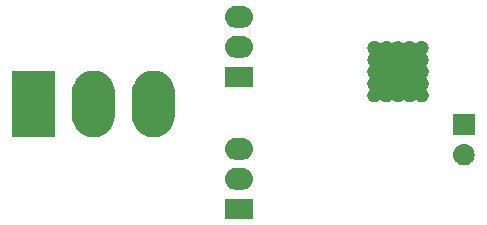
<source format=gbr>
G04 #@! TF.GenerationSoftware,KiCad,Pcbnew,(5.1.2)-2*
G04 #@! TF.CreationDate,2019-11-06T08:40:08+07:00*
G04 #@! TF.ProjectId,ph_vresistor_pos_sensor_board_hw,70685f76-7265-4736-9973-746f725f706f,rev?*
G04 #@! TF.SameCoordinates,Original*
G04 #@! TF.FileFunction,Soldermask,Bot*
G04 #@! TF.FilePolarity,Negative*
%FSLAX46Y46*%
G04 Gerber Fmt 4.6, Leading zero omitted, Abs format (unit mm)*
G04 Created by KiCad (PCBNEW (5.1.2)-2) date 2019-11-06 08:40:08*
%MOMM*%
%LPD*%
G04 APERTURE LIST*
%ADD10C,0.100000*%
G04 APERTURE END LIST*
D10*
G36*
X105595000Y-92557000D02*
G01*
X103193000Y-92557000D01*
X103193000Y-90831000D01*
X105595000Y-90831000D01*
X105595000Y-92557000D01*
X105595000Y-92557000D01*
G37*
G36*
X104860977Y-88254210D02*
G01*
X105033081Y-88306417D01*
X105191690Y-88391196D01*
X105330712Y-88505288D01*
X105444804Y-88644310D01*
X105529583Y-88802919D01*
X105581790Y-88975023D01*
X105599417Y-89154000D01*
X105581790Y-89332977D01*
X105529583Y-89505081D01*
X105444804Y-89663690D01*
X105330712Y-89802712D01*
X105191690Y-89916804D01*
X105033081Y-90001583D01*
X104860977Y-90053790D01*
X104726850Y-90067000D01*
X104061150Y-90067000D01*
X103927023Y-90053790D01*
X103754919Y-90001583D01*
X103596310Y-89916804D01*
X103457288Y-89802712D01*
X103343196Y-89663690D01*
X103258417Y-89505081D01*
X103206210Y-89332977D01*
X103188583Y-89154000D01*
X103206210Y-88975023D01*
X103258417Y-88802919D01*
X103343196Y-88644310D01*
X103457288Y-88505288D01*
X103596310Y-88391196D01*
X103754919Y-88306417D01*
X103927023Y-88254210D01*
X104061150Y-88241000D01*
X104726850Y-88241000D01*
X104860977Y-88254210D01*
X104860977Y-88254210D01*
G37*
G36*
X123554443Y-86227519D02*
G01*
X123620627Y-86234037D01*
X123790466Y-86285557D01*
X123946991Y-86369222D01*
X123982729Y-86398552D01*
X124084186Y-86481814D01*
X124167448Y-86583271D01*
X124196778Y-86619009D01*
X124280443Y-86775534D01*
X124331963Y-86945373D01*
X124349359Y-87122000D01*
X124331963Y-87298627D01*
X124280443Y-87468466D01*
X124196778Y-87624991D01*
X124167448Y-87660729D01*
X124084186Y-87762186D01*
X123982729Y-87845448D01*
X123946991Y-87874778D01*
X123790466Y-87958443D01*
X123620627Y-88009963D01*
X123554443Y-88016481D01*
X123488260Y-88023000D01*
X123399740Y-88023000D01*
X123333557Y-88016481D01*
X123267373Y-88009963D01*
X123097534Y-87958443D01*
X122941009Y-87874778D01*
X122905271Y-87845448D01*
X122803814Y-87762186D01*
X122720552Y-87660729D01*
X122691222Y-87624991D01*
X122607557Y-87468466D01*
X122556037Y-87298627D01*
X122538641Y-87122000D01*
X122556037Y-86945373D01*
X122607557Y-86775534D01*
X122691222Y-86619009D01*
X122720552Y-86583271D01*
X122803814Y-86481814D01*
X122905271Y-86398552D01*
X122941009Y-86369222D01*
X123097534Y-86285557D01*
X123267373Y-86234037D01*
X123333557Y-86227519D01*
X123399740Y-86221000D01*
X123488260Y-86221000D01*
X123554443Y-86227519D01*
X123554443Y-86227519D01*
G37*
G36*
X104860977Y-85714210D02*
G01*
X105033081Y-85766417D01*
X105191690Y-85851196D01*
X105330712Y-85965288D01*
X105444804Y-86104310D01*
X105529583Y-86262919D01*
X105581790Y-86435023D01*
X105599417Y-86614000D01*
X105581790Y-86792977D01*
X105529583Y-86965081D01*
X105444804Y-87123690D01*
X105330712Y-87262712D01*
X105191690Y-87376804D01*
X105033081Y-87461583D01*
X104860977Y-87513790D01*
X104726850Y-87527000D01*
X104061150Y-87527000D01*
X103927023Y-87513790D01*
X103754919Y-87461583D01*
X103596310Y-87376804D01*
X103457288Y-87262712D01*
X103343196Y-87123690D01*
X103258417Y-86965081D01*
X103206210Y-86792977D01*
X103188583Y-86614000D01*
X103206210Y-86435023D01*
X103258417Y-86262919D01*
X103343196Y-86104310D01*
X103457288Y-85965288D01*
X103596310Y-85851196D01*
X103754919Y-85766417D01*
X103927023Y-85714210D01*
X104061150Y-85701000D01*
X104726850Y-85701000D01*
X104860977Y-85714210D01*
X104860977Y-85714210D01*
G37*
G36*
X97508057Y-80041759D02*
G01*
X97847547Y-80144742D01*
X97847549Y-80144743D01*
X98160423Y-80311977D01*
X98434661Y-80537039D01*
X98659723Y-80811278D01*
X98823238Y-81117193D01*
X98826958Y-81124152D01*
X98929941Y-81463642D01*
X98939234Y-81558000D01*
X98950747Y-81674885D01*
X98956000Y-81728225D01*
X98956000Y-83905175D01*
X98929941Y-84169758D01*
X98826958Y-84509248D01*
X98826957Y-84509250D01*
X98659723Y-84822122D01*
X98434661Y-85096361D01*
X98160422Y-85321423D01*
X97858133Y-85483000D01*
X97847548Y-85488658D01*
X97508058Y-85591641D01*
X97155000Y-85626414D01*
X96801943Y-85591641D01*
X96462453Y-85488658D01*
X96451868Y-85483000D01*
X96149579Y-85321423D01*
X95875340Y-85096361D01*
X95650278Y-84822122D01*
X95483044Y-84509250D01*
X95483043Y-84509248D01*
X95380060Y-84169758D01*
X95354001Y-83905175D01*
X95354000Y-81728226D01*
X95380059Y-81463643D01*
X95483042Y-81124153D01*
X95550042Y-80998805D01*
X95650277Y-80811277D01*
X95875339Y-80537039D01*
X96149578Y-80311977D01*
X96462450Y-80144743D01*
X96462452Y-80144742D01*
X96801942Y-80041759D01*
X97155000Y-80006986D01*
X97508057Y-80041759D01*
X97508057Y-80041759D01*
G37*
G36*
X92428057Y-80041759D02*
G01*
X92767547Y-80144742D01*
X92767549Y-80144743D01*
X93080423Y-80311977D01*
X93354661Y-80537039D01*
X93579723Y-80811278D01*
X93743238Y-81117193D01*
X93746958Y-81124152D01*
X93849941Y-81463642D01*
X93859234Y-81558000D01*
X93870747Y-81674885D01*
X93876000Y-81728225D01*
X93876000Y-83905175D01*
X93849941Y-84169758D01*
X93746958Y-84509248D01*
X93746957Y-84509250D01*
X93579723Y-84822122D01*
X93354661Y-85096361D01*
X93080422Y-85321423D01*
X92778133Y-85483000D01*
X92767548Y-85488658D01*
X92428058Y-85591641D01*
X92075000Y-85626414D01*
X91721943Y-85591641D01*
X91382453Y-85488658D01*
X91371868Y-85483000D01*
X91069579Y-85321423D01*
X90795340Y-85096361D01*
X90570278Y-84822122D01*
X90403044Y-84509250D01*
X90403043Y-84509248D01*
X90300060Y-84169758D01*
X90274001Y-83905175D01*
X90274000Y-81728226D01*
X90300059Y-81463643D01*
X90403042Y-81124153D01*
X90470042Y-80998805D01*
X90570277Y-80811277D01*
X90795339Y-80537039D01*
X91069578Y-80311977D01*
X91382450Y-80144743D01*
X91382452Y-80144742D01*
X91721942Y-80041759D01*
X92075000Y-80006986D01*
X92428057Y-80041759D01*
X92428057Y-80041759D01*
G37*
G36*
X88796000Y-85617700D02*
G01*
X85194000Y-85617700D01*
X85194000Y-80015700D01*
X88796000Y-80015700D01*
X88796000Y-85617700D01*
X88796000Y-85617700D01*
G37*
G36*
X124345000Y-85483000D02*
G01*
X122543000Y-85483000D01*
X122543000Y-83681000D01*
X124345000Y-83681000D01*
X124345000Y-85483000D01*
X124345000Y-85483000D01*
G37*
G36*
X115992601Y-77472397D02*
G01*
X116031305Y-77480096D01*
X116063340Y-77493365D01*
X116140680Y-77525400D01*
X116239115Y-77591173D01*
X116267612Y-77619670D01*
X116286554Y-77635215D01*
X116308165Y-77646766D01*
X116331614Y-77653879D01*
X116356000Y-77656281D01*
X116380386Y-77653879D01*
X116403835Y-77646766D01*
X116425446Y-77635215D01*
X116444388Y-77619670D01*
X116472885Y-77591173D01*
X116571320Y-77525400D01*
X116648660Y-77493365D01*
X116680695Y-77480096D01*
X116719399Y-77472397D01*
X116796805Y-77457000D01*
X116915195Y-77457000D01*
X116992601Y-77472397D01*
X117031305Y-77480096D01*
X117063340Y-77493365D01*
X117140680Y-77525400D01*
X117239115Y-77591173D01*
X117267612Y-77619670D01*
X117286554Y-77635215D01*
X117308165Y-77646766D01*
X117331614Y-77653879D01*
X117356000Y-77656281D01*
X117380386Y-77653879D01*
X117403835Y-77646766D01*
X117425446Y-77635215D01*
X117444388Y-77619670D01*
X117472885Y-77591173D01*
X117571320Y-77525400D01*
X117648660Y-77493365D01*
X117680695Y-77480096D01*
X117719399Y-77472397D01*
X117796805Y-77457000D01*
X117915195Y-77457000D01*
X117992601Y-77472397D01*
X118031305Y-77480096D01*
X118063340Y-77493365D01*
X118140680Y-77525400D01*
X118239115Y-77591173D01*
X118267612Y-77619670D01*
X118286554Y-77635215D01*
X118308165Y-77646766D01*
X118331614Y-77653879D01*
X118356000Y-77656281D01*
X118380386Y-77653879D01*
X118403835Y-77646766D01*
X118425446Y-77635215D01*
X118444388Y-77619670D01*
X118472885Y-77591173D01*
X118571320Y-77525400D01*
X118648660Y-77493365D01*
X118680695Y-77480096D01*
X118719399Y-77472397D01*
X118796805Y-77457000D01*
X118915195Y-77457000D01*
X118992601Y-77472397D01*
X119031305Y-77480096D01*
X119063340Y-77493365D01*
X119140680Y-77525400D01*
X119239115Y-77591173D01*
X119267612Y-77619670D01*
X119286554Y-77635215D01*
X119308165Y-77646766D01*
X119331614Y-77653879D01*
X119356000Y-77656281D01*
X119380386Y-77653879D01*
X119403835Y-77646766D01*
X119425446Y-77635215D01*
X119444388Y-77619670D01*
X119472885Y-77591173D01*
X119571320Y-77525400D01*
X119648660Y-77493365D01*
X119680695Y-77480096D01*
X119719399Y-77472397D01*
X119796805Y-77457000D01*
X119915195Y-77457000D01*
X119992601Y-77472397D01*
X120031305Y-77480096D01*
X120063340Y-77493365D01*
X120140680Y-77525400D01*
X120239115Y-77591173D01*
X120322827Y-77674885D01*
X120388600Y-77773320D01*
X120433904Y-77882696D01*
X120457000Y-77998805D01*
X120457000Y-78117195D01*
X120433904Y-78233304D01*
X120388600Y-78342680D01*
X120322827Y-78441115D01*
X120294330Y-78469612D01*
X120278785Y-78488554D01*
X120267234Y-78510165D01*
X120260121Y-78533614D01*
X120257719Y-78558000D01*
X120260121Y-78582386D01*
X120267234Y-78605835D01*
X120278785Y-78627446D01*
X120294330Y-78646388D01*
X120322827Y-78674885D01*
X120388600Y-78773320D01*
X120420635Y-78850660D01*
X120431872Y-78877789D01*
X120433904Y-78882696D01*
X120457000Y-78998805D01*
X120457000Y-79117195D01*
X120433904Y-79233304D01*
X120388600Y-79342680D01*
X120322827Y-79441115D01*
X120294330Y-79469612D01*
X120278785Y-79488554D01*
X120267234Y-79510165D01*
X120260121Y-79533614D01*
X120257719Y-79558000D01*
X120260121Y-79582386D01*
X120267234Y-79605835D01*
X120278785Y-79627446D01*
X120294330Y-79646388D01*
X120322827Y-79674885D01*
X120388600Y-79773320D01*
X120433904Y-79882696D01*
X120457000Y-79998805D01*
X120457000Y-80117195D01*
X120433904Y-80233304D01*
X120388600Y-80342680D01*
X120322827Y-80441115D01*
X120294330Y-80469612D01*
X120278785Y-80488554D01*
X120267234Y-80510165D01*
X120260121Y-80533614D01*
X120257719Y-80558000D01*
X120260121Y-80582386D01*
X120267234Y-80605835D01*
X120278785Y-80627446D01*
X120294330Y-80646388D01*
X120322827Y-80674885D01*
X120388600Y-80773320D01*
X120433904Y-80882696D01*
X120457000Y-80998805D01*
X120457000Y-81117195D01*
X120433904Y-81233304D01*
X120388600Y-81342680D01*
X120322827Y-81441115D01*
X120294330Y-81469612D01*
X120278785Y-81488554D01*
X120267234Y-81510165D01*
X120260121Y-81533614D01*
X120257719Y-81558000D01*
X120260121Y-81582386D01*
X120267234Y-81605835D01*
X120278785Y-81627446D01*
X120294330Y-81646388D01*
X120322827Y-81674885D01*
X120388600Y-81773320D01*
X120433904Y-81882696D01*
X120457000Y-81998805D01*
X120457000Y-82117195D01*
X120433904Y-82233304D01*
X120388600Y-82342680D01*
X120322827Y-82441115D01*
X120239115Y-82524827D01*
X120140680Y-82590600D01*
X120063340Y-82622635D01*
X120031305Y-82635904D01*
X119992601Y-82643603D01*
X119915195Y-82659000D01*
X119796805Y-82659000D01*
X119719399Y-82643603D01*
X119680695Y-82635904D01*
X119648660Y-82622635D01*
X119571320Y-82590600D01*
X119472885Y-82524827D01*
X119444388Y-82496330D01*
X119425446Y-82480785D01*
X119403835Y-82469234D01*
X119380386Y-82462121D01*
X119356000Y-82459719D01*
X119331614Y-82462121D01*
X119308165Y-82469234D01*
X119286554Y-82480785D01*
X119267612Y-82496330D01*
X119239115Y-82524827D01*
X119140680Y-82590600D01*
X119063340Y-82622635D01*
X119031305Y-82635904D01*
X118992601Y-82643603D01*
X118915195Y-82659000D01*
X118796805Y-82659000D01*
X118719399Y-82643603D01*
X118680695Y-82635904D01*
X118648660Y-82622635D01*
X118571320Y-82590600D01*
X118472885Y-82524827D01*
X118444388Y-82496330D01*
X118425446Y-82480785D01*
X118403835Y-82469234D01*
X118380386Y-82462121D01*
X118356000Y-82459719D01*
X118331614Y-82462121D01*
X118308165Y-82469234D01*
X118286554Y-82480785D01*
X118267612Y-82496330D01*
X118239115Y-82524827D01*
X118140680Y-82590600D01*
X118063340Y-82622635D01*
X118031305Y-82635904D01*
X117992601Y-82643603D01*
X117915195Y-82659000D01*
X117796805Y-82659000D01*
X117719399Y-82643603D01*
X117680695Y-82635904D01*
X117648660Y-82622635D01*
X117571320Y-82590600D01*
X117472885Y-82524827D01*
X117444388Y-82496330D01*
X117425446Y-82480785D01*
X117403835Y-82469234D01*
X117380386Y-82462121D01*
X117356000Y-82459719D01*
X117331614Y-82462121D01*
X117308165Y-82469234D01*
X117286554Y-82480785D01*
X117267612Y-82496330D01*
X117239115Y-82524827D01*
X117140680Y-82590600D01*
X117063340Y-82622635D01*
X117031305Y-82635904D01*
X116992601Y-82643603D01*
X116915195Y-82659000D01*
X116796805Y-82659000D01*
X116719399Y-82643603D01*
X116680695Y-82635904D01*
X116648660Y-82622635D01*
X116571320Y-82590600D01*
X116472885Y-82524827D01*
X116444388Y-82496330D01*
X116425446Y-82480785D01*
X116403835Y-82469234D01*
X116380386Y-82462121D01*
X116356000Y-82459719D01*
X116331614Y-82462121D01*
X116308165Y-82469234D01*
X116286554Y-82480785D01*
X116267612Y-82496330D01*
X116239115Y-82524827D01*
X116140680Y-82590600D01*
X116063340Y-82622635D01*
X116031305Y-82635904D01*
X115992601Y-82643603D01*
X115915195Y-82659000D01*
X115796805Y-82659000D01*
X115719399Y-82643603D01*
X115680695Y-82635904D01*
X115648660Y-82622635D01*
X115571320Y-82590600D01*
X115472885Y-82524827D01*
X115389173Y-82441115D01*
X115323400Y-82342680D01*
X115278096Y-82233304D01*
X115255000Y-82117195D01*
X115255000Y-81998805D01*
X115278096Y-81882696D01*
X115323400Y-81773320D01*
X115389173Y-81674885D01*
X115417670Y-81646388D01*
X115433215Y-81627446D01*
X115444766Y-81605835D01*
X115451879Y-81582386D01*
X115454281Y-81558000D01*
X115451879Y-81533614D01*
X115444766Y-81510165D01*
X115433215Y-81488554D01*
X115417670Y-81469612D01*
X115389173Y-81441115D01*
X115323400Y-81342680D01*
X115278096Y-81233304D01*
X115255000Y-81117195D01*
X115255000Y-80998805D01*
X115278096Y-80882696D01*
X115323400Y-80773320D01*
X115389173Y-80674885D01*
X115417670Y-80646388D01*
X115433215Y-80627446D01*
X115444766Y-80605835D01*
X115451879Y-80582386D01*
X115454281Y-80558000D01*
X115451879Y-80533614D01*
X115444766Y-80510165D01*
X115433215Y-80488554D01*
X115417670Y-80469612D01*
X115389173Y-80441115D01*
X115323400Y-80342680D01*
X115278096Y-80233304D01*
X115255000Y-80117195D01*
X115255000Y-79998805D01*
X115278096Y-79882696D01*
X115323400Y-79773320D01*
X115389173Y-79674885D01*
X115417670Y-79646388D01*
X115433215Y-79627446D01*
X115444766Y-79605835D01*
X115451879Y-79582386D01*
X115454281Y-79558000D01*
X115451879Y-79533614D01*
X115444766Y-79510165D01*
X115433215Y-79488554D01*
X115417670Y-79469612D01*
X115389173Y-79441115D01*
X115323400Y-79342680D01*
X115278096Y-79233304D01*
X115255000Y-79117195D01*
X115255000Y-78998805D01*
X115278096Y-78882696D01*
X115280129Y-78877789D01*
X115291365Y-78850660D01*
X115323400Y-78773320D01*
X115389173Y-78674885D01*
X115417670Y-78646388D01*
X115433215Y-78627446D01*
X115444766Y-78605835D01*
X115451879Y-78582386D01*
X115454281Y-78558000D01*
X115451879Y-78533614D01*
X115444766Y-78510165D01*
X115433215Y-78488554D01*
X115417670Y-78469612D01*
X115389173Y-78441115D01*
X115323400Y-78342680D01*
X115278096Y-78233304D01*
X115255000Y-78117195D01*
X115255000Y-77998805D01*
X115278096Y-77882696D01*
X115323400Y-77773320D01*
X115389173Y-77674885D01*
X115472885Y-77591173D01*
X115571320Y-77525400D01*
X115648660Y-77493365D01*
X115680695Y-77480096D01*
X115719399Y-77472397D01*
X115796805Y-77457000D01*
X115915195Y-77457000D01*
X115992601Y-77472397D01*
X115992601Y-77472397D01*
G37*
G36*
X105595000Y-81381000D02*
G01*
X103193000Y-81381000D01*
X103193000Y-79655000D01*
X105595000Y-79655000D01*
X105595000Y-81381000D01*
X105595000Y-81381000D01*
G37*
G36*
X104860977Y-77078210D02*
G01*
X105033081Y-77130417D01*
X105191690Y-77215196D01*
X105330712Y-77329288D01*
X105444804Y-77468310D01*
X105529583Y-77626919D01*
X105581790Y-77799023D01*
X105599417Y-77978000D01*
X105581790Y-78156977D01*
X105529583Y-78329081D01*
X105444804Y-78487690D01*
X105330712Y-78626712D01*
X105191690Y-78740804D01*
X105033081Y-78825583D01*
X104860977Y-78877790D01*
X104726850Y-78891000D01*
X104061150Y-78891000D01*
X103927023Y-78877790D01*
X103754919Y-78825583D01*
X103596310Y-78740804D01*
X103457288Y-78626712D01*
X103343196Y-78487690D01*
X103258417Y-78329081D01*
X103206210Y-78156977D01*
X103188583Y-77978000D01*
X103206210Y-77799023D01*
X103258417Y-77626919D01*
X103343196Y-77468310D01*
X103457288Y-77329288D01*
X103596310Y-77215196D01*
X103754919Y-77130417D01*
X103927023Y-77078210D01*
X104061150Y-77065000D01*
X104726850Y-77065000D01*
X104860977Y-77078210D01*
X104860977Y-77078210D01*
G37*
G36*
X104860977Y-74538210D02*
G01*
X105033081Y-74590417D01*
X105191690Y-74675196D01*
X105330712Y-74789288D01*
X105444804Y-74928310D01*
X105529583Y-75086919D01*
X105581790Y-75259023D01*
X105599417Y-75438000D01*
X105581790Y-75616977D01*
X105529583Y-75789081D01*
X105444804Y-75947690D01*
X105330712Y-76086712D01*
X105191690Y-76200804D01*
X105033081Y-76285583D01*
X104860977Y-76337790D01*
X104726850Y-76351000D01*
X104061150Y-76351000D01*
X103927023Y-76337790D01*
X103754919Y-76285583D01*
X103596310Y-76200804D01*
X103457288Y-76086712D01*
X103343196Y-75947690D01*
X103258417Y-75789081D01*
X103206210Y-75616977D01*
X103188583Y-75438000D01*
X103206210Y-75259023D01*
X103258417Y-75086919D01*
X103343196Y-74928310D01*
X103457288Y-74789288D01*
X103596310Y-74675196D01*
X103754919Y-74590417D01*
X103927023Y-74538210D01*
X104061150Y-74525000D01*
X104726850Y-74525000D01*
X104860977Y-74538210D01*
X104860977Y-74538210D01*
G37*
M02*

</source>
